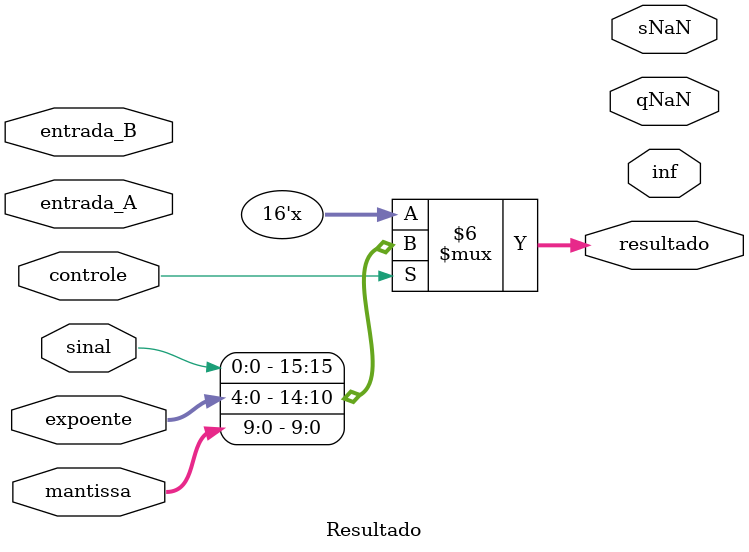
<source format=v>
module Resultado(controle, sinal, mantissa, expoente, resultado, entrada_A, entrada_B, qNaN, sNaN, inf);
input [15:0] entrada_A, entrada_B;
input controle, sinal;
input [9:0] mantissa;
input [4:0] expoente;
output reg [15:0] resultado;
output reg qNaN;
output reg sNaN;
output reg inf;

reg [15:0] auxResultado;

always @(controle or sinal or mantissa or expoente)
	if(controle) begin
/* 		qNaN = 0;
		sNaN = 0;
		inf = 0;
	if((entrada_A[15] != entrada_B[15])&( entrada_A[14:0] != entrada_B[14:0])) begin
		resultado = 0;
		qNaN = 0;
		sNaN = 0;
		inf = 0;	
	end		
	else if(expoente == 31 && mantissa == 0) begin
		qNaN = 0;
		sNaN = 0;
		inf = 1;
	end
	else if(expoente == 31 && mantissa[9] == 1) begin
		qNaN = 1;
		sNaN = 0;
		inf = 0;
	end
	else if(expoente == 31 && mantissa[9] == 0) begin
		qNaN = 0;
		sNaN = 1;
		inf = 0;		
	end			
	 */	
	
	auxResultado[15] = sinal;
	auxResultado[14:10] = expoente;
	auxResultado[9:0] = mantissa;
	resultado = auxResultado;
	end

endmodule
</source>
